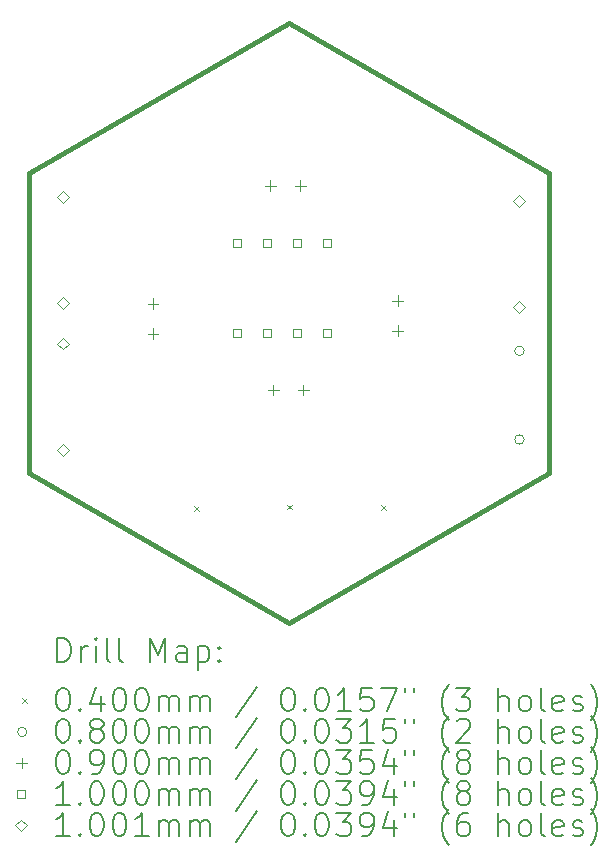
<source format=gbr>
%FSLAX45Y45*%
G04 Gerber Fmt 4.5, Leading zero omitted, Abs format (unit mm)*
G04 Created by KiCad (PCBNEW (5.99.0-8045-ga69a4be853)) date 2021-01-01 20:50:13*
%MOMM*%
%LPD*%
G01*
G04 APERTURE LIST*
%TA.AperFunction,Profile*%
%ADD10C,0.406400*%
%TD*%
%ADD11C,0.200000*%
%ADD12C,0.040000*%
%ADD13C,0.080000*%
%ADD14C,0.090000*%
%ADD15C,0.100000*%
%ADD16C,0.100076*%
G04 APERTURE END LIST*
D10*
X17846358Y-8170926D02*
X17846358Y-10710926D01*
X13446950Y-10710926D02*
X13446950Y-8170926D01*
X15646654Y-6900926D02*
X17846358Y-8170926D01*
X13446950Y-8170926D02*
X15646654Y-6900926D01*
X15646654Y-11980926D02*
X13446950Y-10710926D01*
X17846358Y-10710926D02*
X15646654Y-11980926D01*
D11*
D12*
X14840000Y-10995000D02*
X14880000Y-11035000D01*
X14880000Y-10995000D02*
X14840000Y-11035000D01*
X15628000Y-10981000D02*
X15668000Y-11021000D01*
X15668000Y-10981000D02*
X15628000Y-11021000D01*
X16422000Y-10988000D02*
X16462000Y-11028000D01*
X16462000Y-10988000D02*
X16422000Y-11028000D01*
D13*
X17636000Y-9679000D02*
G75*
G03*
X17636000Y-9679000I-40000J0D01*
G01*
X17636000Y-10429000D02*
G75*
G03*
X17636000Y-10429000I-40000J0D01*
G01*
D14*
X14492000Y-9235000D02*
X14492000Y-9325000D01*
X14447000Y-9280000D02*
X14537000Y-9280000D01*
X14492000Y-9489000D02*
X14492000Y-9579000D01*
X14447000Y-9534000D02*
X14537000Y-9534000D01*
X15488000Y-8235000D02*
X15488000Y-8325000D01*
X15443000Y-8280000D02*
X15533000Y-8280000D01*
X15512000Y-9964000D02*
X15512000Y-10054000D01*
X15467000Y-10009000D02*
X15557000Y-10009000D01*
X15742000Y-8235000D02*
X15742000Y-8325000D01*
X15697000Y-8280000D02*
X15787000Y-8280000D01*
X15766000Y-9964000D02*
X15766000Y-10054000D01*
X15721000Y-10009000D02*
X15811000Y-10009000D01*
X16564000Y-9209000D02*
X16564000Y-9299000D01*
X16519000Y-9254000D02*
X16609000Y-9254000D01*
X16564000Y-9463000D02*
X16564000Y-9553000D01*
X16519000Y-9508000D02*
X16609000Y-9508000D01*
D15*
X15242356Y-8800356D02*
X15242356Y-8729644D01*
X15171644Y-8729644D01*
X15171644Y-8800356D01*
X15242356Y-8800356D01*
X15242356Y-9562356D02*
X15242356Y-9491644D01*
X15171644Y-9491644D01*
X15171644Y-9562356D01*
X15242356Y-9562356D01*
X15496356Y-8800356D02*
X15496356Y-8729644D01*
X15425644Y-8729644D01*
X15425644Y-8800356D01*
X15496356Y-8800356D01*
X15496356Y-9562356D02*
X15496356Y-9491644D01*
X15425644Y-9491644D01*
X15425644Y-9562356D01*
X15496356Y-9562356D01*
X15750356Y-8800356D02*
X15750356Y-8729644D01*
X15679644Y-8729644D01*
X15679644Y-8800356D01*
X15750356Y-8800356D01*
X15750356Y-9562356D02*
X15750356Y-9491644D01*
X15679644Y-9491644D01*
X15679644Y-9562356D01*
X15750356Y-9562356D01*
X16004356Y-8800356D02*
X16004356Y-8729644D01*
X15933644Y-8729644D01*
X15933644Y-8800356D01*
X16004356Y-8800356D01*
X16004356Y-9562356D02*
X16004356Y-9491644D01*
X15933644Y-9491644D01*
X15933644Y-9562356D01*
X16004356Y-9562356D01*
D16*
X13728000Y-8423038D02*
X13778038Y-8373000D01*
X13728000Y-8322962D01*
X13677962Y-8373000D01*
X13728000Y-8423038D01*
X13728000Y-9323038D02*
X13778038Y-9273000D01*
X13728000Y-9222962D01*
X13677962Y-9273000D01*
X13728000Y-9323038D01*
X13734000Y-9667038D02*
X13784038Y-9617000D01*
X13734000Y-9566962D01*
X13683962Y-9617000D01*
X13734000Y-9667038D01*
X13734000Y-10567038D02*
X13784038Y-10517000D01*
X13734000Y-10466962D01*
X13683962Y-10517000D01*
X13734000Y-10567038D01*
X17594000Y-8460038D02*
X17644038Y-8410000D01*
X17594000Y-8359962D01*
X17543962Y-8410000D01*
X17594000Y-8460038D01*
X17594000Y-9360038D02*
X17644038Y-9310000D01*
X17594000Y-9259962D01*
X17543962Y-9310000D01*
X17594000Y-9360038D01*
D11*
X13684249Y-12311722D02*
X13684249Y-12111722D01*
X13731868Y-12111722D01*
X13760439Y-12121246D01*
X13779487Y-12140293D01*
X13789011Y-12159341D01*
X13798534Y-12197436D01*
X13798534Y-12226007D01*
X13789011Y-12264103D01*
X13779487Y-12283150D01*
X13760439Y-12302198D01*
X13731868Y-12311722D01*
X13684249Y-12311722D01*
X13884249Y-12311722D02*
X13884249Y-12178388D01*
X13884249Y-12216484D02*
X13893772Y-12197436D01*
X13903296Y-12187912D01*
X13922344Y-12178388D01*
X13941392Y-12178388D01*
X14008058Y-12311722D02*
X14008058Y-12178388D01*
X14008058Y-12111722D02*
X13998534Y-12121246D01*
X14008058Y-12130769D01*
X14017582Y-12121246D01*
X14008058Y-12111722D01*
X14008058Y-12130769D01*
X14131868Y-12311722D02*
X14112820Y-12302198D01*
X14103296Y-12283150D01*
X14103296Y-12111722D01*
X14236630Y-12311722D02*
X14217582Y-12302198D01*
X14208058Y-12283150D01*
X14208058Y-12111722D01*
X14465201Y-12311722D02*
X14465201Y-12111722D01*
X14531868Y-12254579D01*
X14598534Y-12111722D01*
X14598534Y-12311722D01*
X14779487Y-12311722D02*
X14779487Y-12206960D01*
X14769963Y-12187912D01*
X14750915Y-12178388D01*
X14712820Y-12178388D01*
X14693772Y-12187912D01*
X14779487Y-12302198D02*
X14760439Y-12311722D01*
X14712820Y-12311722D01*
X14693772Y-12302198D01*
X14684249Y-12283150D01*
X14684249Y-12264103D01*
X14693772Y-12245055D01*
X14712820Y-12235531D01*
X14760439Y-12235531D01*
X14779487Y-12226007D01*
X14874725Y-12178388D02*
X14874725Y-12378388D01*
X14874725Y-12187912D02*
X14893772Y-12178388D01*
X14931868Y-12178388D01*
X14950915Y-12187912D01*
X14960439Y-12197436D01*
X14969963Y-12216484D01*
X14969963Y-12273626D01*
X14960439Y-12292674D01*
X14950915Y-12302198D01*
X14931868Y-12311722D01*
X14893772Y-12311722D01*
X14874725Y-12302198D01*
X15055677Y-12292674D02*
X15065201Y-12302198D01*
X15055677Y-12311722D01*
X15046153Y-12302198D01*
X15055677Y-12292674D01*
X15055677Y-12311722D01*
X15055677Y-12187912D02*
X15065201Y-12197436D01*
X15055677Y-12206960D01*
X15046153Y-12197436D01*
X15055677Y-12187912D01*
X15055677Y-12206960D01*
D12*
X13386630Y-12621246D02*
X13426630Y-12661246D01*
X13426630Y-12621246D02*
X13386630Y-12661246D01*
D11*
X13722344Y-12531722D02*
X13741392Y-12531722D01*
X13760439Y-12541246D01*
X13769963Y-12550769D01*
X13779487Y-12569817D01*
X13789011Y-12607912D01*
X13789011Y-12655531D01*
X13779487Y-12693626D01*
X13769963Y-12712674D01*
X13760439Y-12722198D01*
X13741392Y-12731722D01*
X13722344Y-12731722D01*
X13703296Y-12722198D01*
X13693772Y-12712674D01*
X13684249Y-12693626D01*
X13674725Y-12655531D01*
X13674725Y-12607912D01*
X13684249Y-12569817D01*
X13693772Y-12550769D01*
X13703296Y-12541246D01*
X13722344Y-12531722D01*
X13874725Y-12712674D02*
X13884249Y-12722198D01*
X13874725Y-12731722D01*
X13865201Y-12722198D01*
X13874725Y-12712674D01*
X13874725Y-12731722D01*
X14055677Y-12598388D02*
X14055677Y-12731722D01*
X14008058Y-12522198D02*
X13960439Y-12665055D01*
X14084249Y-12665055D01*
X14198534Y-12531722D02*
X14217582Y-12531722D01*
X14236630Y-12541246D01*
X14246153Y-12550769D01*
X14255677Y-12569817D01*
X14265201Y-12607912D01*
X14265201Y-12655531D01*
X14255677Y-12693626D01*
X14246153Y-12712674D01*
X14236630Y-12722198D01*
X14217582Y-12731722D01*
X14198534Y-12731722D01*
X14179487Y-12722198D01*
X14169963Y-12712674D01*
X14160439Y-12693626D01*
X14150915Y-12655531D01*
X14150915Y-12607912D01*
X14160439Y-12569817D01*
X14169963Y-12550769D01*
X14179487Y-12541246D01*
X14198534Y-12531722D01*
X14389011Y-12531722D02*
X14408058Y-12531722D01*
X14427106Y-12541246D01*
X14436630Y-12550769D01*
X14446153Y-12569817D01*
X14455677Y-12607912D01*
X14455677Y-12655531D01*
X14446153Y-12693626D01*
X14436630Y-12712674D01*
X14427106Y-12722198D01*
X14408058Y-12731722D01*
X14389011Y-12731722D01*
X14369963Y-12722198D01*
X14360439Y-12712674D01*
X14350915Y-12693626D01*
X14341392Y-12655531D01*
X14341392Y-12607912D01*
X14350915Y-12569817D01*
X14360439Y-12550769D01*
X14369963Y-12541246D01*
X14389011Y-12531722D01*
X14541392Y-12731722D02*
X14541392Y-12598388D01*
X14541392Y-12617436D02*
X14550915Y-12607912D01*
X14569963Y-12598388D01*
X14598534Y-12598388D01*
X14617582Y-12607912D01*
X14627106Y-12626960D01*
X14627106Y-12731722D01*
X14627106Y-12626960D02*
X14636630Y-12607912D01*
X14655677Y-12598388D01*
X14684249Y-12598388D01*
X14703296Y-12607912D01*
X14712820Y-12626960D01*
X14712820Y-12731722D01*
X14808058Y-12731722D02*
X14808058Y-12598388D01*
X14808058Y-12617436D02*
X14817582Y-12607912D01*
X14836630Y-12598388D01*
X14865201Y-12598388D01*
X14884249Y-12607912D01*
X14893772Y-12626960D01*
X14893772Y-12731722D01*
X14893772Y-12626960D02*
X14903296Y-12607912D01*
X14922344Y-12598388D01*
X14950915Y-12598388D01*
X14969963Y-12607912D01*
X14979487Y-12626960D01*
X14979487Y-12731722D01*
X15369963Y-12522198D02*
X15198534Y-12779341D01*
X15627106Y-12531722D02*
X15646153Y-12531722D01*
X15665201Y-12541246D01*
X15674725Y-12550769D01*
X15684249Y-12569817D01*
X15693772Y-12607912D01*
X15693772Y-12655531D01*
X15684249Y-12693626D01*
X15674725Y-12712674D01*
X15665201Y-12722198D01*
X15646153Y-12731722D01*
X15627106Y-12731722D01*
X15608058Y-12722198D01*
X15598534Y-12712674D01*
X15589011Y-12693626D01*
X15579487Y-12655531D01*
X15579487Y-12607912D01*
X15589011Y-12569817D01*
X15598534Y-12550769D01*
X15608058Y-12541246D01*
X15627106Y-12531722D01*
X15779487Y-12712674D02*
X15789011Y-12722198D01*
X15779487Y-12731722D01*
X15769963Y-12722198D01*
X15779487Y-12712674D01*
X15779487Y-12731722D01*
X15912820Y-12531722D02*
X15931868Y-12531722D01*
X15950915Y-12541246D01*
X15960439Y-12550769D01*
X15969963Y-12569817D01*
X15979487Y-12607912D01*
X15979487Y-12655531D01*
X15969963Y-12693626D01*
X15960439Y-12712674D01*
X15950915Y-12722198D01*
X15931868Y-12731722D01*
X15912820Y-12731722D01*
X15893772Y-12722198D01*
X15884249Y-12712674D01*
X15874725Y-12693626D01*
X15865201Y-12655531D01*
X15865201Y-12607912D01*
X15874725Y-12569817D01*
X15884249Y-12550769D01*
X15893772Y-12541246D01*
X15912820Y-12531722D01*
X16169963Y-12731722D02*
X16055677Y-12731722D01*
X16112820Y-12731722D02*
X16112820Y-12531722D01*
X16093772Y-12560293D01*
X16074725Y-12579341D01*
X16055677Y-12588865D01*
X16350915Y-12531722D02*
X16255677Y-12531722D01*
X16246153Y-12626960D01*
X16255677Y-12617436D01*
X16274725Y-12607912D01*
X16322344Y-12607912D01*
X16341392Y-12617436D01*
X16350915Y-12626960D01*
X16360439Y-12646007D01*
X16360439Y-12693626D01*
X16350915Y-12712674D01*
X16341392Y-12722198D01*
X16322344Y-12731722D01*
X16274725Y-12731722D01*
X16255677Y-12722198D01*
X16246153Y-12712674D01*
X16427106Y-12531722D02*
X16560439Y-12531722D01*
X16474725Y-12731722D01*
X16627106Y-12531722D02*
X16627106Y-12569817D01*
X16703296Y-12531722D02*
X16703296Y-12569817D01*
X16998534Y-12807912D02*
X16989011Y-12798388D01*
X16969963Y-12769817D01*
X16960439Y-12750769D01*
X16950915Y-12722198D01*
X16941392Y-12674579D01*
X16941392Y-12636484D01*
X16950915Y-12588865D01*
X16960439Y-12560293D01*
X16969963Y-12541246D01*
X16989011Y-12512674D01*
X16998534Y-12503150D01*
X17055677Y-12531722D02*
X17179487Y-12531722D01*
X17112820Y-12607912D01*
X17141392Y-12607912D01*
X17160439Y-12617436D01*
X17169963Y-12626960D01*
X17179487Y-12646007D01*
X17179487Y-12693626D01*
X17169963Y-12712674D01*
X17160439Y-12722198D01*
X17141392Y-12731722D01*
X17084249Y-12731722D01*
X17065201Y-12722198D01*
X17055677Y-12712674D01*
X17417582Y-12731722D02*
X17417582Y-12531722D01*
X17503296Y-12731722D02*
X17503296Y-12626960D01*
X17493773Y-12607912D01*
X17474725Y-12598388D01*
X17446154Y-12598388D01*
X17427106Y-12607912D01*
X17417582Y-12617436D01*
X17627106Y-12731722D02*
X17608058Y-12722198D01*
X17598534Y-12712674D01*
X17589011Y-12693626D01*
X17589011Y-12636484D01*
X17598534Y-12617436D01*
X17608058Y-12607912D01*
X17627106Y-12598388D01*
X17655677Y-12598388D01*
X17674725Y-12607912D01*
X17684249Y-12617436D01*
X17693773Y-12636484D01*
X17693773Y-12693626D01*
X17684249Y-12712674D01*
X17674725Y-12722198D01*
X17655677Y-12731722D01*
X17627106Y-12731722D01*
X17808058Y-12731722D02*
X17789011Y-12722198D01*
X17779487Y-12703150D01*
X17779487Y-12531722D01*
X17960439Y-12722198D02*
X17941392Y-12731722D01*
X17903296Y-12731722D01*
X17884249Y-12722198D01*
X17874725Y-12703150D01*
X17874725Y-12626960D01*
X17884249Y-12607912D01*
X17903296Y-12598388D01*
X17941392Y-12598388D01*
X17960439Y-12607912D01*
X17969963Y-12626960D01*
X17969963Y-12646007D01*
X17874725Y-12665055D01*
X18046154Y-12722198D02*
X18065201Y-12731722D01*
X18103296Y-12731722D01*
X18122344Y-12722198D01*
X18131868Y-12703150D01*
X18131868Y-12693626D01*
X18122344Y-12674579D01*
X18103296Y-12665055D01*
X18074725Y-12665055D01*
X18055677Y-12655531D01*
X18046154Y-12636484D01*
X18046154Y-12626960D01*
X18055677Y-12607912D01*
X18074725Y-12598388D01*
X18103296Y-12598388D01*
X18122344Y-12607912D01*
X18198534Y-12807912D02*
X18208058Y-12798388D01*
X18227106Y-12769817D01*
X18236630Y-12750769D01*
X18246154Y-12722198D01*
X18255677Y-12674579D01*
X18255677Y-12636484D01*
X18246154Y-12588865D01*
X18236630Y-12560293D01*
X18227106Y-12541246D01*
X18208058Y-12512674D01*
X18198534Y-12503150D01*
D13*
X13426630Y-12905246D02*
G75*
G03*
X13426630Y-12905246I-40000J0D01*
G01*
D11*
X13722344Y-12795722D02*
X13741392Y-12795722D01*
X13760439Y-12805246D01*
X13769963Y-12814769D01*
X13779487Y-12833817D01*
X13789011Y-12871912D01*
X13789011Y-12919531D01*
X13779487Y-12957626D01*
X13769963Y-12976674D01*
X13760439Y-12986198D01*
X13741392Y-12995722D01*
X13722344Y-12995722D01*
X13703296Y-12986198D01*
X13693772Y-12976674D01*
X13684249Y-12957626D01*
X13674725Y-12919531D01*
X13674725Y-12871912D01*
X13684249Y-12833817D01*
X13693772Y-12814769D01*
X13703296Y-12805246D01*
X13722344Y-12795722D01*
X13874725Y-12976674D02*
X13884249Y-12986198D01*
X13874725Y-12995722D01*
X13865201Y-12986198D01*
X13874725Y-12976674D01*
X13874725Y-12995722D01*
X13998534Y-12881436D02*
X13979487Y-12871912D01*
X13969963Y-12862388D01*
X13960439Y-12843341D01*
X13960439Y-12833817D01*
X13969963Y-12814769D01*
X13979487Y-12805246D01*
X13998534Y-12795722D01*
X14036630Y-12795722D01*
X14055677Y-12805246D01*
X14065201Y-12814769D01*
X14074725Y-12833817D01*
X14074725Y-12843341D01*
X14065201Y-12862388D01*
X14055677Y-12871912D01*
X14036630Y-12881436D01*
X13998534Y-12881436D01*
X13979487Y-12890960D01*
X13969963Y-12900484D01*
X13960439Y-12919531D01*
X13960439Y-12957626D01*
X13969963Y-12976674D01*
X13979487Y-12986198D01*
X13998534Y-12995722D01*
X14036630Y-12995722D01*
X14055677Y-12986198D01*
X14065201Y-12976674D01*
X14074725Y-12957626D01*
X14074725Y-12919531D01*
X14065201Y-12900484D01*
X14055677Y-12890960D01*
X14036630Y-12881436D01*
X14198534Y-12795722D02*
X14217582Y-12795722D01*
X14236630Y-12805246D01*
X14246153Y-12814769D01*
X14255677Y-12833817D01*
X14265201Y-12871912D01*
X14265201Y-12919531D01*
X14255677Y-12957626D01*
X14246153Y-12976674D01*
X14236630Y-12986198D01*
X14217582Y-12995722D01*
X14198534Y-12995722D01*
X14179487Y-12986198D01*
X14169963Y-12976674D01*
X14160439Y-12957626D01*
X14150915Y-12919531D01*
X14150915Y-12871912D01*
X14160439Y-12833817D01*
X14169963Y-12814769D01*
X14179487Y-12805246D01*
X14198534Y-12795722D01*
X14389011Y-12795722D02*
X14408058Y-12795722D01*
X14427106Y-12805246D01*
X14436630Y-12814769D01*
X14446153Y-12833817D01*
X14455677Y-12871912D01*
X14455677Y-12919531D01*
X14446153Y-12957626D01*
X14436630Y-12976674D01*
X14427106Y-12986198D01*
X14408058Y-12995722D01*
X14389011Y-12995722D01*
X14369963Y-12986198D01*
X14360439Y-12976674D01*
X14350915Y-12957626D01*
X14341392Y-12919531D01*
X14341392Y-12871912D01*
X14350915Y-12833817D01*
X14360439Y-12814769D01*
X14369963Y-12805246D01*
X14389011Y-12795722D01*
X14541392Y-12995722D02*
X14541392Y-12862388D01*
X14541392Y-12881436D02*
X14550915Y-12871912D01*
X14569963Y-12862388D01*
X14598534Y-12862388D01*
X14617582Y-12871912D01*
X14627106Y-12890960D01*
X14627106Y-12995722D01*
X14627106Y-12890960D02*
X14636630Y-12871912D01*
X14655677Y-12862388D01*
X14684249Y-12862388D01*
X14703296Y-12871912D01*
X14712820Y-12890960D01*
X14712820Y-12995722D01*
X14808058Y-12995722D02*
X14808058Y-12862388D01*
X14808058Y-12881436D02*
X14817582Y-12871912D01*
X14836630Y-12862388D01*
X14865201Y-12862388D01*
X14884249Y-12871912D01*
X14893772Y-12890960D01*
X14893772Y-12995722D01*
X14893772Y-12890960D02*
X14903296Y-12871912D01*
X14922344Y-12862388D01*
X14950915Y-12862388D01*
X14969963Y-12871912D01*
X14979487Y-12890960D01*
X14979487Y-12995722D01*
X15369963Y-12786198D02*
X15198534Y-13043341D01*
X15627106Y-12795722D02*
X15646153Y-12795722D01*
X15665201Y-12805246D01*
X15674725Y-12814769D01*
X15684249Y-12833817D01*
X15693772Y-12871912D01*
X15693772Y-12919531D01*
X15684249Y-12957626D01*
X15674725Y-12976674D01*
X15665201Y-12986198D01*
X15646153Y-12995722D01*
X15627106Y-12995722D01*
X15608058Y-12986198D01*
X15598534Y-12976674D01*
X15589011Y-12957626D01*
X15579487Y-12919531D01*
X15579487Y-12871912D01*
X15589011Y-12833817D01*
X15598534Y-12814769D01*
X15608058Y-12805246D01*
X15627106Y-12795722D01*
X15779487Y-12976674D02*
X15789011Y-12986198D01*
X15779487Y-12995722D01*
X15769963Y-12986198D01*
X15779487Y-12976674D01*
X15779487Y-12995722D01*
X15912820Y-12795722D02*
X15931868Y-12795722D01*
X15950915Y-12805246D01*
X15960439Y-12814769D01*
X15969963Y-12833817D01*
X15979487Y-12871912D01*
X15979487Y-12919531D01*
X15969963Y-12957626D01*
X15960439Y-12976674D01*
X15950915Y-12986198D01*
X15931868Y-12995722D01*
X15912820Y-12995722D01*
X15893772Y-12986198D01*
X15884249Y-12976674D01*
X15874725Y-12957626D01*
X15865201Y-12919531D01*
X15865201Y-12871912D01*
X15874725Y-12833817D01*
X15884249Y-12814769D01*
X15893772Y-12805246D01*
X15912820Y-12795722D01*
X16046153Y-12795722D02*
X16169963Y-12795722D01*
X16103296Y-12871912D01*
X16131868Y-12871912D01*
X16150915Y-12881436D01*
X16160439Y-12890960D01*
X16169963Y-12910007D01*
X16169963Y-12957626D01*
X16160439Y-12976674D01*
X16150915Y-12986198D01*
X16131868Y-12995722D01*
X16074725Y-12995722D01*
X16055677Y-12986198D01*
X16046153Y-12976674D01*
X16360439Y-12995722D02*
X16246153Y-12995722D01*
X16303296Y-12995722D02*
X16303296Y-12795722D01*
X16284249Y-12824293D01*
X16265201Y-12843341D01*
X16246153Y-12852865D01*
X16541392Y-12795722D02*
X16446153Y-12795722D01*
X16436630Y-12890960D01*
X16446153Y-12881436D01*
X16465201Y-12871912D01*
X16512820Y-12871912D01*
X16531868Y-12881436D01*
X16541392Y-12890960D01*
X16550915Y-12910007D01*
X16550915Y-12957626D01*
X16541392Y-12976674D01*
X16531868Y-12986198D01*
X16512820Y-12995722D01*
X16465201Y-12995722D01*
X16446153Y-12986198D01*
X16436630Y-12976674D01*
X16627106Y-12795722D02*
X16627106Y-12833817D01*
X16703296Y-12795722D02*
X16703296Y-12833817D01*
X16998534Y-13071912D02*
X16989011Y-13062388D01*
X16969963Y-13033817D01*
X16960439Y-13014769D01*
X16950915Y-12986198D01*
X16941392Y-12938579D01*
X16941392Y-12900484D01*
X16950915Y-12852865D01*
X16960439Y-12824293D01*
X16969963Y-12805246D01*
X16989011Y-12776674D01*
X16998534Y-12767150D01*
X17065201Y-12814769D02*
X17074725Y-12805246D01*
X17093773Y-12795722D01*
X17141392Y-12795722D01*
X17160439Y-12805246D01*
X17169963Y-12814769D01*
X17179487Y-12833817D01*
X17179487Y-12852865D01*
X17169963Y-12881436D01*
X17055677Y-12995722D01*
X17179487Y-12995722D01*
X17417582Y-12995722D02*
X17417582Y-12795722D01*
X17503296Y-12995722D02*
X17503296Y-12890960D01*
X17493773Y-12871912D01*
X17474725Y-12862388D01*
X17446154Y-12862388D01*
X17427106Y-12871912D01*
X17417582Y-12881436D01*
X17627106Y-12995722D02*
X17608058Y-12986198D01*
X17598534Y-12976674D01*
X17589011Y-12957626D01*
X17589011Y-12900484D01*
X17598534Y-12881436D01*
X17608058Y-12871912D01*
X17627106Y-12862388D01*
X17655677Y-12862388D01*
X17674725Y-12871912D01*
X17684249Y-12881436D01*
X17693773Y-12900484D01*
X17693773Y-12957626D01*
X17684249Y-12976674D01*
X17674725Y-12986198D01*
X17655677Y-12995722D01*
X17627106Y-12995722D01*
X17808058Y-12995722D02*
X17789011Y-12986198D01*
X17779487Y-12967150D01*
X17779487Y-12795722D01*
X17960439Y-12986198D02*
X17941392Y-12995722D01*
X17903296Y-12995722D01*
X17884249Y-12986198D01*
X17874725Y-12967150D01*
X17874725Y-12890960D01*
X17884249Y-12871912D01*
X17903296Y-12862388D01*
X17941392Y-12862388D01*
X17960439Y-12871912D01*
X17969963Y-12890960D01*
X17969963Y-12910007D01*
X17874725Y-12929055D01*
X18046154Y-12986198D02*
X18065201Y-12995722D01*
X18103296Y-12995722D01*
X18122344Y-12986198D01*
X18131868Y-12967150D01*
X18131868Y-12957626D01*
X18122344Y-12938579D01*
X18103296Y-12929055D01*
X18074725Y-12929055D01*
X18055677Y-12919531D01*
X18046154Y-12900484D01*
X18046154Y-12890960D01*
X18055677Y-12871912D01*
X18074725Y-12862388D01*
X18103296Y-12862388D01*
X18122344Y-12871912D01*
X18198534Y-13071912D02*
X18208058Y-13062388D01*
X18227106Y-13033817D01*
X18236630Y-13014769D01*
X18246154Y-12986198D01*
X18255677Y-12938579D01*
X18255677Y-12900484D01*
X18246154Y-12852865D01*
X18236630Y-12824293D01*
X18227106Y-12805246D01*
X18208058Y-12776674D01*
X18198534Y-12767150D01*
D14*
X13381630Y-13124246D02*
X13381630Y-13214246D01*
X13336630Y-13169246D02*
X13426630Y-13169246D01*
D11*
X13722344Y-13059722D02*
X13741392Y-13059722D01*
X13760439Y-13069246D01*
X13769963Y-13078769D01*
X13779487Y-13097817D01*
X13789011Y-13135912D01*
X13789011Y-13183531D01*
X13779487Y-13221626D01*
X13769963Y-13240674D01*
X13760439Y-13250198D01*
X13741392Y-13259722D01*
X13722344Y-13259722D01*
X13703296Y-13250198D01*
X13693772Y-13240674D01*
X13684249Y-13221626D01*
X13674725Y-13183531D01*
X13674725Y-13135912D01*
X13684249Y-13097817D01*
X13693772Y-13078769D01*
X13703296Y-13069246D01*
X13722344Y-13059722D01*
X13874725Y-13240674D02*
X13884249Y-13250198D01*
X13874725Y-13259722D01*
X13865201Y-13250198D01*
X13874725Y-13240674D01*
X13874725Y-13259722D01*
X13979487Y-13259722D02*
X14017582Y-13259722D01*
X14036630Y-13250198D01*
X14046153Y-13240674D01*
X14065201Y-13212103D01*
X14074725Y-13174007D01*
X14074725Y-13097817D01*
X14065201Y-13078769D01*
X14055677Y-13069246D01*
X14036630Y-13059722D01*
X13998534Y-13059722D01*
X13979487Y-13069246D01*
X13969963Y-13078769D01*
X13960439Y-13097817D01*
X13960439Y-13145436D01*
X13969963Y-13164484D01*
X13979487Y-13174007D01*
X13998534Y-13183531D01*
X14036630Y-13183531D01*
X14055677Y-13174007D01*
X14065201Y-13164484D01*
X14074725Y-13145436D01*
X14198534Y-13059722D02*
X14217582Y-13059722D01*
X14236630Y-13069246D01*
X14246153Y-13078769D01*
X14255677Y-13097817D01*
X14265201Y-13135912D01*
X14265201Y-13183531D01*
X14255677Y-13221626D01*
X14246153Y-13240674D01*
X14236630Y-13250198D01*
X14217582Y-13259722D01*
X14198534Y-13259722D01*
X14179487Y-13250198D01*
X14169963Y-13240674D01*
X14160439Y-13221626D01*
X14150915Y-13183531D01*
X14150915Y-13135912D01*
X14160439Y-13097817D01*
X14169963Y-13078769D01*
X14179487Y-13069246D01*
X14198534Y-13059722D01*
X14389011Y-13059722D02*
X14408058Y-13059722D01*
X14427106Y-13069246D01*
X14436630Y-13078769D01*
X14446153Y-13097817D01*
X14455677Y-13135912D01*
X14455677Y-13183531D01*
X14446153Y-13221626D01*
X14436630Y-13240674D01*
X14427106Y-13250198D01*
X14408058Y-13259722D01*
X14389011Y-13259722D01*
X14369963Y-13250198D01*
X14360439Y-13240674D01*
X14350915Y-13221626D01*
X14341392Y-13183531D01*
X14341392Y-13135912D01*
X14350915Y-13097817D01*
X14360439Y-13078769D01*
X14369963Y-13069246D01*
X14389011Y-13059722D01*
X14541392Y-13259722D02*
X14541392Y-13126388D01*
X14541392Y-13145436D02*
X14550915Y-13135912D01*
X14569963Y-13126388D01*
X14598534Y-13126388D01*
X14617582Y-13135912D01*
X14627106Y-13154960D01*
X14627106Y-13259722D01*
X14627106Y-13154960D02*
X14636630Y-13135912D01*
X14655677Y-13126388D01*
X14684249Y-13126388D01*
X14703296Y-13135912D01*
X14712820Y-13154960D01*
X14712820Y-13259722D01*
X14808058Y-13259722D02*
X14808058Y-13126388D01*
X14808058Y-13145436D02*
X14817582Y-13135912D01*
X14836630Y-13126388D01*
X14865201Y-13126388D01*
X14884249Y-13135912D01*
X14893772Y-13154960D01*
X14893772Y-13259722D01*
X14893772Y-13154960D02*
X14903296Y-13135912D01*
X14922344Y-13126388D01*
X14950915Y-13126388D01*
X14969963Y-13135912D01*
X14979487Y-13154960D01*
X14979487Y-13259722D01*
X15369963Y-13050198D02*
X15198534Y-13307341D01*
X15627106Y-13059722D02*
X15646153Y-13059722D01*
X15665201Y-13069246D01*
X15674725Y-13078769D01*
X15684249Y-13097817D01*
X15693772Y-13135912D01*
X15693772Y-13183531D01*
X15684249Y-13221626D01*
X15674725Y-13240674D01*
X15665201Y-13250198D01*
X15646153Y-13259722D01*
X15627106Y-13259722D01*
X15608058Y-13250198D01*
X15598534Y-13240674D01*
X15589011Y-13221626D01*
X15579487Y-13183531D01*
X15579487Y-13135912D01*
X15589011Y-13097817D01*
X15598534Y-13078769D01*
X15608058Y-13069246D01*
X15627106Y-13059722D01*
X15779487Y-13240674D02*
X15789011Y-13250198D01*
X15779487Y-13259722D01*
X15769963Y-13250198D01*
X15779487Y-13240674D01*
X15779487Y-13259722D01*
X15912820Y-13059722D02*
X15931868Y-13059722D01*
X15950915Y-13069246D01*
X15960439Y-13078769D01*
X15969963Y-13097817D01*
X15979487Y-13135912D01*
X15979487Y-13183531D01*
X15969963Y-13221626D01*
X15960439Y-13240674D01*
X15950915Y-13250198D01*
X15931868Y-13259722D01*
X15912820Y-13259722D01*
X15893772Y-13250198D01*
X15884249Y-13240674D01*
X15874725Y-13221626D01*
X15865201Y-13183531D01*
X15865201Y-13135912D01*
X15874725Y-13097817D01*
X15884249Y-13078769D01*
X15893772Y-13069246D01*
X15912820Y-13059722D01*
X16046153Y-13059722D02*
X16169963Y-13059722D01*
X16103296Y-13135912D01*
X16131868Y-13135912D01*
X16150915Y-13145436D01*
X16160439Y-13154960D01*
X16169963Y-13174007D01*
X16169963Y-13221626D01*
X16160439Y-13240674D01*
X16150915Y-13250198D01*
X16131868Y-13259722D01*
X16074725Y-13259722D01*
X16055677Y-13250198D01*
X16046153Y-13240674D01*
X16350915Y-13059722D02*
X16255677Y-13059722D01*
X16246153Y-13154960D01*
X16255677Y-13145436D01*
X16274725Y-13135912D01*
X16322344Y-13135912D01*
X16341392Y-13145436D01*
X16350915Y-13154960D01*
X16360439Y-13174007D01*
X16360439Y-13221626D01*
X16350915Y-13240674D01*
X16341392Y-13250198D01*
X16322344Y-13259722D01*
X16274725Y-13259722D01*
X16255677Y-13250198D01*
X16246153Y-13240674D01*
X16531868Y-13126388D02*
X16531868Y-13259722D01*
X16484249Y-13050198D02*
X16436630Y-13193055D01*
X16560439Y-13193055D01*
X16627106Y-13059722D02*
X16627106Y-13097817D01*
X16703296Y-13059722D02*
X16703296Y-13097817D01*
X16998534Y-13335912D02*
X16989011Y-13326388D01*
X16969963Y-13297817D01*
X16960439Y-13278769D01*
X16950915Y-13250198D01*
X16941392Y-13202579D01*
X16941392Y-13164484D01*
X16950915Y-13116865D01*
X16960439Y-13088293D01*
X16969963Y-13069246D01*
X16989011Y-13040674D01*
X16998534Y-13031150D01*
X17103296Y-13145436D02*
X17084249Y-13135912D01*
X17074725Y-13126388D01*
X17065201Y-13107341D01*
X17065201Y-13097817D01*
X17074725Y-13078769D01*
X17084249Y-13069246D01*
X17103296Y-13059722D01*
X17141392Y-13059722D01*
X17160439Y-13069246D01*
X17169963Y-13078769D01*
X17179487Y-13097817D01*
X17179487Y-13107341D01*
X17169963Y-13126388D01*
X17160439Y-13135912D01*
X17141392Y-13145436D01*
X17103296Y-13145436D01*
X17084249Y-13154960D01*
X17074725Y-13164484D01*
X17065201Y-13183531D01*
X17065201Y-13221626D01*
X17074725Y-13240674D01*
X17084249Y-13250198D01*
X17103296Y-13259722D01*
X17141392Y-13259722D01*
X17160439Y-13250198D01*
X17169963Y-13240674D01*
X17179487Y-13221626D01*
X17179487Y-13183531D01*
X17169963Y-13164484D01*
X17160439Y-13154960D01*
X17141392Y-13145436D01*
X17417582Y-13259722D02*
X17417582Y-13059722D01*
X17503296Y-13259722D02*
X17503296Y-13154960D01*
X17493773Y-13135912D01*
X17474725Y-13126388D01*
X17446154Y-13126388D01*
X17427106Y-13135912D01*
X17417582Y-13145436D01*
X17627106Y-13259722D02*
X17608058Y-13250198D01*
X17598534Y-13240674D01*
X17589011Y-13221626D01*
X17589011Y-13164484D01*
X17598534Y-13145436D01*
X17608058Y-13135912D01*
X17627106Y-13126388D01*
X17655677Y-13126388D01*
X17674725Y-13135912D01*
X17684249Y-13145436D01*
X17693773Y-13164484D01*
X17693773Y-13221626D01*
X17684249Y-13240674D01*
X17674725Y-13250198D01*
X17655677Y-13259722D01*
X17627106Y-13259722D01*
X17808058Y-13259722D02*
X17789011Y-13250198D01*
X17779487Y-13231150D01*
X17779487Y-13059722D01*
X17960439Y-13250198D02*
X17941392Y-13259722D01*
X17903296Y-13259722D01*
X17884249Y-13250198D01*
X17874725Y-13231150D01*
X17874725Y-13154960D01*
X17884249Y-13135912D01*
X17903296Y-13126388D01*
X17941392Y-13126388D01*
X17960439Y-13135912D01*
X17969963Y-13154960D01*
X17969963Y-13174007D01*
X17874725Y-13193055D01*
X18046154Y-13250198D02*
X18065201Y-13259722D01*
X18103296Y-13259722D01*
X18122344Y-13250198D01*
X18131868Y-13231150D01*
X18131868Y-13221626D01*
X18122344Y-13202579D01*
X18103296Y-13193055D01*
X18074725Y-13193055D01*
X18055677Y-13183531D01*
X18046154Y-13164484D01*
X18046154Y-13154960D01*
X18055677Y-13135912D01*
X18074725Y-13126388D01*
X18103296Y-13126388D01*
X18122344Y-13135912D01*
X18198534Y-13335912D02*
X18208058Y-13326388D01*
X18227106Y-13297817D01*
X18236630Y-13278769D01*
X18246154Y-13250198D01*
X18255677Y-13202579D01*
X18255677Y-13164484D01*
X18246154Y-13116865D01*
X18236630Y-13088293D01*
X18227106Y-13069246D01*
X18208058Y-13040674D01*
X18198534Y-13031150D01*
D15*
X13411985Y-13468601D02*
X13411985Y-13397890D01*
X13341274Y-13397890D01*
X13341274Y-13468601D01*
X13411985Y-13468601D01*
D11*
X13789011Y-13523722D02*
X13674725Y-13523722D01*
X13731868Y-13523722D02*
X13731868Y-13323722D01*
X13712820Y-13352293D01*
X13693772Y-13371341D01*
X13674725Y-13380865D01*
X13874725Y-13504674D02*
X13884249Y-13514198D01*
X13874725Y-13523722D01*
X13865201Y-13514198D01*
X13874725Y-13504674D01*
X13874725Y-13523722D01*
X14008058Y-13323722D02*
X14027106Y-13323722D01*
X14046153Y-13333246D01*
X14055677Y-13342769D01*
X14065201Y-13361817D01*
X14074725Y-13399912D01*
X14074725Y-13447531D01*
X14065201Y-13485626D01*
X14055677Y-13504674D01*
X14046153Y-13514198D01*
X14027106Y-13523722D01*
X14008058Y-13523722D01*
X13989011Y-13514198D01*
X13979487Y-13504674D01*
X13969963Y-13485626D01*
X13960439Y-13447531D01*
X13960439Y-13399912D01*
X13969963Y-13361817D01*
X13979487Y-13342769D01*
X13989011Y-13333246D01*
X14008058Y-13323722D01*
X14198534Y-13323722D02*
X14217582Y-13323722D01*
X14236630Y-13333246D01*
X14246153Y-13342769D01*
X14255677Y-13361817D01*
X14265201Y-13399912D01*
X14265201Y-13447531D01*
X14255677Y-13485626D01*
X14246153Y-13504674D01*
X14236630Y-13514198D01*
X14217582Y-13523722D01*
X14198534Y-13523722D01*
X14179487Y-13514198D01*
X14169963Y-13504674D01*
X14160439Y-13485626D01*
X14150915Y-13447531D01*
X14150915Y-13399912D01*
X14160439Y-13361817D01*
X14169963Y-13342769D01*
X14179487Y-13333246D01*
X14198534Y-13323722D01*
X14389011Y-13323722D02*
X14408058Y-13323722D01*
X14427106Y-13333246D01*
X14436630Y-13342769D01*
X14446153Y-13361817D01*
X14455677Y-13399912D01*
X14455677Y-13447531D01*
X14446153Y-13485626D01*
X14436630Y-13504674D01*
X14427106Y-13514198D01*
X14408058Y-13523722D01*
X14389011Y-13523722D01*
X14369963Y-13514198D01*
X14360439Y-13504674D01*
X14350915Y-13485626D01*
X14341392Y-13447531D01*
X14341392Y-13399912D01*
X14350915Y-13361817D01*
X14360439Y-13342769D01*
X14369963Y-13333246D01*
X14389011Y-13323722D01*
X14541392Y-13523722D02*
X14541392Y-13390388D01*
X14541392Y-13409436D02*
X14550915Y-13399912D01*
X14569963Y-13390388D01*
X14598534Y-13390388D01*
X14617582Y-13399912D01*
X14627106Y-13418960D01*
X14627106Y-13523722D01*
X14627106Y-13418960D02*
X14636630Y-13399912D01*
X14655677Y-13390388D01*
X14684249Y-13390388D01*
X14703296Y-13399912D01*
X14712820Y-13418960D01*
X14712820Y-13523722D01*
X14808058Y-13523722D02*
X14808058Y-13390388D01*
X14808058Y-13409436D02*
X14817582Y-13399912D01*
X14836630Y-13390388D01*
X14865201Y-13390388D01*
X14884249Y-13399912D01*
X14893772Y-13418960D01*
X14893772Y-13523722D01*
X14893772Y-13418960D02*
X14903296Y-13399912D01*
X14922344Y-13390388D01*
X14950915Y-13390388D01*
X14969963Y-13399912D01*
X14979487Y-13418960D01*
X14979487Y-13523722D01*
X15369963Y-13314198D02*
X15198534Y-13571341D01*
X15627106Y-13323722D02*
X15646153Y-13323722D01*
X15665201Y-13333246D01*
X15674725Y-13342769D01*
X15684249Y-13361817D01*
X15693772Y-13399912D01*
X15693772Y-13447531D01*
X15684249Y-13485626D01*
X15674725Y-13504674D01*
X15665201Y-13514198D01*
X15646153Y-13523722D01*
X15627106Y-13523722D01*
X15608058Y-13514198D01*
X15598534Y-13504674D01*
X15589011Y-13485626D01*
X15579487Y-13447531D01*
X15579487Y-13399912D01*
X15589011Y-13361817D01*
X15598534Y-13342769D01*
X15608058Y-13333246D01*
X15627106Y-13323722D01*
X15779487Y-13504674D02*
X15789011Y-13514198D01*
X15779487Y-13523722D01*
X15769963Y-13514198D01*
X15779487Y-13504674D01*
X15779487Y-13523722D01*
X15912820Y-13323722D02*
X15931868Y-13323722D01*
X15950915Y-13333246D01*
X15960439Y-13342769D01*
X15969963Y-13361817D01*
X15979487Y-13399912D01*
X15979487Y-13447531D01*
X15969963Y-13485626D01*
X15960439Y-13504674D01*
X15950915Y-13514198D01*
X15931868Y-13523722D01*
X15912820Y-13523722D01*
X15893772Y-13514198D01*
X15884249Y-13504674D01*
X15874725Y-13485626D01*
X15865201Y-13447531D01*
X15865201Y-13399912D01*
X15874725Y-13361817D01*
X15884249Y-13342769D01*
X15893772Y-13333246D01*
X15912820Y-13323722D01*
X16046153Y-13323722D02*
X16169963Y-13323722D01*
X16103296Y-13399912D01*
X16131868Y-13399912D01*
X16150915Y-13409436D01*
X16160439Y-13418960D01*
X16169963Y-13438007D01*
X16169963Y-13485626D01*
X16160439Y-13504674D01*
X16150915Y-13514198D01*
X16131868Y-13523722D01*
X16074725Y-13523722D01*
X16055677Y-13514198D01*
X16046153Y-13504674D01*
X16265201Y-13523722D02*
X16303296Y-13523722D01*
X16322344Y-13514198D01*
X16331868Y-13504674D01*
X16350915Y-13476103D01*
X16360439Y-13438007D01*
X16360439Y-13361817D01*
X16350915Y-13342769D01*
X16341392Y-13333246D01*
X16322344Y-13323722D01*
X16284249Y-13323722D01*
X16265201Y-13333246D01*
X16255677Y-13342769D01*
X16246153Y-13361817D01*
X16246153Y-13409436D01*
X16255677Y-13428484D01*
X16265201Y-13438007D01*
X16284249Y-13447531D01*
X16322344Y-13447531D01*
X16341392Y-13438007D01*
X16350915Y-13428484D01*
X16360439Y-13409436D01*
X16531868Y-13390388D02*
X16531868Y-13523722D01*
X16484249Y-13314198D02*
X16436630Y-13457055D01*
X16560439Y-13457055D01*
X16627106Y-13323722D02*
X16627106Y-13361817D01*
X16703296Y-13323722D02*
X16703296Y-13361817D01*
X16998534Y-13599912D02*
X16989011Y-13590388D01*
X16969963Y-13561817D01*
X16960439Y-13542769D01*
X16950915Y-13514198D01*
X16941392Y-13466579D01*
X16941392Y-13428484D01*
X16950915Y-13380865D01*
X16960439Y-13352293D01*
X16969963Y-13333246D01*
X16989011Y-13304674D01*
X16998534Y-13295150D01*
X17103296Y-13409436D02*
X17084249Y-13399912D01*
X17074725Y-13390388D01*
X17065201Y-13371341D01*
X17065201Y-13361817D01*
X17074725Y-13342769D01*
X17084249Y-13333246D01*
X17103296Y-13323722D01*
X17141392Y-13323722D01*
X17160439Y-13333246D01*
X17169963Y-13342769D01*
X17179487Y-13361817D01*
X17179487Y-13371341D01*
X17169963Y-13390388D01*
X17160439Y-13399912D01*
X17141392Y-13409436D01*
X17103296Y-13409436D01*
X17084249Y-13418960D01*
X17074725Y-13428484D01*
X17065201Y-13447531D01*
X17065201Y-13485626D01*
X17074725Y-13504674D01*
X17084249Y-13514198D01*
X17103296Y-13523722D01*
X17141392Y-13523722D01*
X17160439Y-13514198D01*
X17169963Y-13504674D01*
X17179487Y-13485626D01*
X17179487Y-13447531D01*
X17169963Y-13428484D01*
X17160439Y-13418960D01*
X17141392Y-13409436D01*
X17417582Y-13523722D02*
X17417582Y-13323722D01*
X17503296Y-13523722D02*
X17503296Y-13418960D01*
X17493773Y-13399912D01*
X17474725Y-13390388D01*
X17446154Y-13390388D01*
X17427106Y-13399912D01*
X17417582Y-13409436D01*
X17627106Y-13523722D02*
X17608058Y-13514198D01*
X17598534Y-13504674D01*
X17589011Y-13485626D01*
X17589011Y-13428484D01*
X17598534Y-13409436D01*
X17608058Y-13399912D01*
X17627106Y-13390388D01*
X17655677Y-13390388D01*
X17674725Y-13399912D01*
X17684249Y-13409436D01*
X17693773Y-13428484D01*
X17693773Y-13485626D01*
X17684249Y-13504674D01*
X17674725Y-13514198D01*
X17655677Y-13523722D01*
X17627106Y-13523722D01*
X17808058Y-13523722D02*
X17789011Y-13514198D01*
X17779487Y-13495150D01*
X17779487Y-13323722D01*
X17960439Y-13514198D02*
X17941392Y-13523722D01*
X17903296Y-13523722D01*
X17884249Y-13514198D01*
X17874725Y-13495150D01*
X17874725Y-13418960D01*
X17884249Y-13399912D01*
X17903296Y-13390388D01*
X17941392Y-13390388D01*
X17960439Y-13399912D01*
X17969963Y-13418960D01*
X17969963Y-13438007D01*
X17874725Y-13457055D01*
X18046154Y-13514198D02*
X18065201Y-13523722D01*
X18103296Y-13523722D01*
X18122344Y-13514198D01*
X18131868Y-13495150D01*
X18131868Y-13485626D01*
X18122344Y-13466579D01*
X18103296Y-13457055D01*
X18074725Y-13457055D01*
X18055677Y-13447531D01*
X18046154Y-13428484D01*
X18046154Y-13418960D01*
X18055677Y-13399912D01*
X18074725Y-13390388D01*
X18103296Y-13390388D01*
X18122344Y-13399912D01*
X18198534Y-13599912D02*
X18208058Y-13590388D01*
X18227106Y-13561817D01*
X18236630Y-13542769D01*
X18246154Y-13514198D01*
X18255677Y-13466579D01*
X18255677Y-13428484D01*
X18246154Y-13380865D01*
X18236630Y-13352293D01*
X18227106Y-13333246D01*
X18208058Y-13304674D01*
X18198534Y-13295150D01*
D16*
X13376592Y-13747284D02*
X13426630Y-13697246D01*
X13376592Y-13647208D01*
X13326554Y-13697246D01*
X13376592Y-13747284D01*
D11*
X13789011Y-13787722D02*
X13674725Y-13787722D01*
X13731868Y-13787722D02*
X13731868Y-13587722D01*
X13712820Y-13616293D01*
X13693772Y-13635341D01*
X13674725Y-13644865D01*
X13874725Y-13768674D02*
X13884249Y-13778198D01*
X13874725Y-13787722D01*
X13865201Y-13778198D01*
X13874725Y-13768674D01*
X13874725Y-13787722D01*
X14008058Y-13587722D02*
X14027106Y-13587722D01*
X14046153Y-13597246D01*
X14055677Y-13606769D01*
X14065201Y-13625817D01*
X14074725Y-13663912D01*
X14074725Y-13711531D01*
X14065201Y-13749626D01*
X14055677Y-13768674D01*
X14046153Y-13778198D01*
X14027106Y-13787722D01*
X14008058Y-13787722D01*
X13989011Y-13778198D01*
X13979487Y-13768674D01*
X13969963Y-13749626D01*
X13960439Y-13711531D01*
X13960439Y-13663912D01*
X13969963Y-13625817D01*
X13979487Y-13606769D01*
X13989011Y-13597246D01*
X14008058Y-13587722D01*
X14198534Y-13587722D02*
X14217582Y-13587722D01*
X14236630Y-13597246D01*
X14246153Y-13606769D01*
X14255677Y-13625817D01*
X14265201Y-13663912D01*
X14265201Y-13711531D01*
X14255677Y-13749626D01*
X14246153Y-13768674D01*
X14236630Y-13778198D01*
X14217582Y-13787722D01*
X14198534Y-13787722D01*
X14179487Y-13778198D01*
X14169963Y-13768674D01*
X14160439Y-13749626D01*
X14150915Y-13711531D01*
X14150915Y-13663912D01*
X14160439Y-13625817D01*
X14169963Y-13606769D01*
X14179487Y-13597246D01*
X14198534Y-13587722D01*
X14455677Y-13787722D02*
X14341392Y-13787722D01*
X14398534Y-13787722D02*
X14398534Y-13587722D01*
X14379487Y-13616293D01*
X14360439Y-13635341D01*
X14341392Y-13644865D01*
X14541392Y-13787722D02*
X14541392Y-13654388D01*
X14541392Y-13673436D02*
X14550915Y-13663912D01*
X14569963Y-13654388D01*
X14598534Y-13654388D01*
X14617582Y-13663912D01*
X14627106Y-13682960D01*
X14627106Y-13787722D01*
X14627106Y-13682960D02*
X14636630Y-13663912D01*
X14655677Y-13654388D01*
X14684249Y-13654388D01*
X14703296Y-13663912D01*
X14712820Y-13682960D01*
X14712820Y-13787722D01*
X14808058Y-13787722D02*
X14808058Y-13654388D01*
X14808058Y-13673436D02*
X14817582Y-13663912D01*
X14836630Y-13654388D01*
X14865201Y-13654388D01*
X14884249Y-13663912D01*
X14893772Y-13682960D01*
X14893772Y-13787722D01*
X14893772Y-13682960D02*
X14903296Y-13663912D01*
X14922344Y-13654388D01*
X14950915Y-13654388D01*
X14969963Y-13663912D01*
X14979487Y-13682960D01*
X14979487Y-13787722D01*
X15369963Y-13578198D02*
X15198534Y-13835341D01*
X15627106Y-13587722D02*
X15646153Y-13587722D01*
X15665201Y-13597246D01*
X15674725Y-13606769D01*
X15684249Y-13625817D01*
X15693772Y-13663912D01*
X15693772Y-13711531D01*
X15684249Y-13749626D01*
X15674725Y-13768674D01*
X15665201Y-13778198D01*
X15646153Y-13787722D01*
X15627106Y-13787722D01*
X15608058Y-13778198D01*
X15598534Y-13768674D01*
X15589011Y-13749626D01*
X15579487Y-13711531D01*
X15579487Y-13663912D01*
X15589011Y-13625817D01*
X15598534Y-13606769D01*
X15608058Y-13597246D01*
X15627106Y-13587722D01*
X15779487Y-13768674D02*
X15789011Y-13778198D01*
X15779487Y-13787722D01*
X15769963Y-13778198D01*
X15779487Y-13768674D01*
X15779487Y-13787722D01*
X15912820Y-13587722D02*
X15931868Y-13587722D01*
X15950915Y-13597246D01*
X15960439Y-13606769D01*
X15969963Y-13625817D01*
X15979487Y-13663912D01*
X15979487Y-13711531D01*
X15969963Y-13749626D01*
X15960439Y-13768674D01*
X15950915Y-13778198D01*
X15931868Y-13787722D01*
X15912820Y-13787722D01*
X15893772Y-13778198D01*
X15884249Y-13768674D01*
X15874725Y-13749626D01*
X15865201Y-13711531D01*
X15865201Y-13663912D01*
X15874725Y-13625817D01*
X15884249Y-13606769D01*
X15893772Y-13597246D01*
X15912820Y-13587722D01*
X16046153Y-13587722D02*
X16169963Y-13587722D01*
X16103296Y-13663912D01*
X16131868Y-13663912D01*
X16150915Y-13673436D01*
X16160439Y-13682960D01*
X16169963Y-13702007D01*
X16169963Y-13749626D01*
X16160439Y-13768674D01*
X16150915Y-13778198D01*
X16131868Y-13787722D01*
X16074725Y-13787722D01*
X16055677Y-13778198D01*
X16046153Y-13768674D01*
X16265201Y-13787722D02*
X16303296Y-13787722D01*
X16322344Y-13778198D01*
X16331868Y-13768674D01*
X16350915Y-13740103D01*
X16360439Y-13702007D01*
X16360439Y-13625817D01*
X16350915Y-13606769D01*
X16341392Y-13597246D01*
X16322344Y-13587722D01*
X16284249Y-13587722D01*
X16265201Y-13597246D01*
X16255677Y-13606769D01*
X16246153Y-13625817D01*
X16246153Y-13673436D01*
X16255677Y-13692484D01*
X16265201Y-13702007D01*
X16284249Y-13711531D01*
X16322344Y-13711531D01*
X16341392Y-13702007D01*
X16350915Y-13692484D01*
X16360439Y-13673436D01*
X16531868Y-13654388D02*
X16531868Y-13787722D01*
X16484249Y-13578198D02*
X16436630Y-13721055D01*
X16560439Y-13721055D01*
X16627106Y-13587722D02*
X16627106Y-13625817D01*
X16703296Y-13587722D02*
X16703296Y-13625817D01*
X16998534Y-13863912D02*
X16989011Y-13854388D01*
X16969963Y-13825817D01*
X16960439Y-13806769D01*
X16950915Y-13778198D01*
X16941392Y-13730579D01*
X16941392Y-13692484D01*
X16950915Y-13644865D01*
X16960439Y-13616293D01*
X16969963Y-13597246D01*
X16989011Y-13568674D01*
X16998534Y-13559150D01*
X17160439Y-13587722D02*
X17122344Y-13587722D01*
X17103296Y-13597246D01*
X17093773Y-13606769D01*
X17074725Y-13635341D01*
X17065201Y-13673436D01*
X17065201Y-13749626D01*
X17074725Y-13768674D01*
X17084249Y-13778198D01*
X17103296Y-13787722D01*
X17141392Y-13787722D01*
X17160439Y-13778198D01*
X17169963Y-13768674D01*
X17179487Y-13749626D01*
X17179487Y-13702007D01*
X17169963Y-13682960D01*
X17160439Y-13673436D01*
X17141392Y-13663912D01*
X17103296Y-13663912D01*
X17084249Y-13673436D01*
X17074725Y-13682960D01*
X17065201Y-13702007D01*
X17417582Y-13787722D02*
X17417582Y-13587722D01*
X17503296Y-13787722D02*
X17503296Y-13682960D01*
X17493773Y-13663912D01*
X17474725Y-13654388D01*
X17446154Y-13654388D01*
X17427106Y-13663912D01*
X17417582Y-13673436D01*
X17627106Y-13787722D02*
X17608058Y-13778198D01*
X17598534Y-13768674D01*
X17589011Y-13749626D01*
X17589011Y-13692484D01*
X17598534Y-13673436D01*
X17608058Y-13663912D01*
X17627106Y-13654388D01*
X17655677Y-13654388D01*
X17674725Y-13663912D01*
X17684249Y-13673436D01*
X17693773Y-13692484D01*
X17693773Y-13749626D01*
X17684249Y-13768674D01*
X17674725Y-13778198D01*
X17655677Y-13787722D01*
X17627106Y-13787722D01*
X17808058Y-13787722D02*
X17789011Y-13778198D01*
X17779487Y-13759150D01*
X17779487Y-13587722D01*
X17960439Y-13778198D02*
X17941392Y-13787722D01*
X17903296Y-13787722D01*
X17884249Y-13778198D01*
X17874725Y-13759150D01*
X17874725Y-13682960D01*
X17884249Y-13663912D01*
X17903296Y-13654388D01*
X17941392Y-13654388D01*
X17960439Y-13663912D01*
X17969963Y-13682960D01*
X17969963Y-13702007D01*
X17874725Y-13721055D01*
X18046154Y-13778198D02*
X18065201Y-13787722D01*
X18103296Y-13787722D01*
X18122344Y-13778198D01*
X18131868Y-13759150D01*
X18131868Y-13749626D01*
X18122344Y-13730579D01*
X18103296Y-13721055D01*
X18074725Y-13721055D01*
X18055677Y-13711531D01*
X18046154Y-13692484D01*
X18046154Y-13682960D01*
X18055677Y-13663912D01*
X18074725Y-13654388D01*
X18103296Y-13654388D01*
X18122344Y-13663912D01*
X18198534Y-13863912D02*
X18208058Y-13854388D01*
X18227106Y-13825817D01*
X18236630Y-13806769D01*
X18246154Y-13778198D01*
X18255677Y-13730579D01*
X18255677Y-13692484D01*
X18246154Y-13644865D01*
X18236630Y-13616293D01*
X18227106Y-13597246D01*
X18208058Y-13568674D01*
X18198534Y-13559150D01*
M02*

</source>
